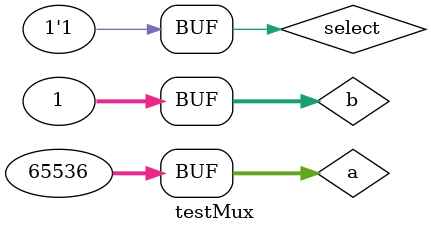
<source format=v>
`include "mux.v"
`define DELAY 500
`define WIDTH 32
`define HALFWIDTH 16

module testMux();
	reg[`WIDTH-1:0] a;
	reg[`WIDTH-1:0] b;
	reg            select;
	wire[`WIDTH-1:0] out;

	mux #(`WIDTH) dut(
		.input0(a),
		.input1(b),
		.sel(select),
		.out(out));

initial begin
	$dumpfile("mux.vcd");
	$dumpvars();

	a = {`HALFWIDTH'b1, `HALFWIDTH'b0};
	b = {`HALFWIDTH'b0, `HALFWIDTH'b1};;
	select = 0;
	#`DELAY;
	if(out !== a)
		$display("Mux test failed; output != a when sel=0");

	select = 1;
	#`DELAY;
	if(out !== b)
		$display("Mux test failed; output != b when sel=1");

	$display("Mux tests finished!");

end // initial
endmodule // testMux
</source>
